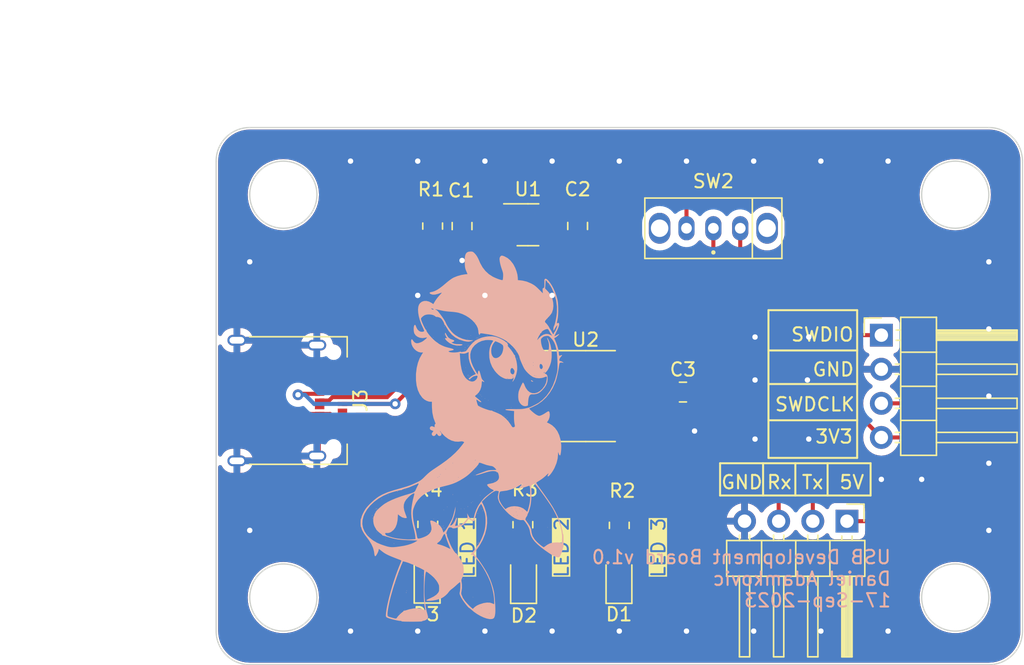
<source format=kicad_pcb>
(kicad_pcb (version 20221018) (generator pcbnew)
  (layers (0 "F.Cu" signal) (31 "B.Cu" signal) (34 "B.Paste" user) (35 "F.Paste" user) (36 "B.SilkS" user "B.Silkscreen") (37 "F.SilkS" user "F.Silkscreen") (38 "B.Mask" user) (39 "F.Mask" user) (44 "Edge.Cuts" user))
  (net 0 "")
  (net 1 "USB_SUPP_5V")
  (net 2 "GND")
  (net 3 "SYSTEM_3V3")
  (net 4 "Net-(D1-A)")
  (net 5 "Net-(D2-A)")
  (net 6 "Net-(D3-A)")
  (net 7 "UART_SUPP_5V")
  (net 8 "USART_Tx")
  (net 9 "USART_Rx")
  (net 11 "USB_COMM_D+")
  (net 12 "USB_COMM_D-")
  (net 16 "Net-(U1-EN)")
  (net 17 "Net-(U2-PA4)")
  (net 25 "SWDIO")
  (net 26 "SWDCLK")
  (net 27 "SYSTEM_5V")
  (net 28 "Net-(U2-PA1)")
  (net 29 "Net-(U2-PA0)")
  (footprint "Connector_USB:USB_C_Receptacle_Amphenol_12401610E4-2A" (layer "F.Cu") (at 131.88 90.33 -90)
    (fp_text reference "J3" (at 0 -6.36 -90) (layer "F.SilkS"))
    (fp_text value "USB_C_Receptacle_USB2.0")
    (pad "" np_thru_hole circle (at -3.6 -4.36 270) (size 0.65 0.65) (drill 0.65) (layers "*.Cu" "*.Mask"))
    (pad "" np_thru_hole oval (at 3.6 -4.36 270) (size 0.95 0.65) (drill oval 0.95 0.65) (layers "*.Cu" "*.Mask"))
    (pad "A1" smd rect (at -2.75 -5.02 270) (size 0.3 0.7) (layers "F.Cu" "F.Paste" "F.Mask") (net 2 "GND"))
    (pad "A2" smd rect (at -2.25 -5.02 270) (size 0.3 0.7) (layers "F.Cu" "F.Paste" "F.Mask"))
    (pad "A3" smd rect (at -1.75 -5.02 270) (size 0.3 0.7) (layers "F.Cu" "F.Paste" "F.Mask"))
    (pad "A4" smd rect (at -1.25 -5.02 270) (size 0.3 0.7) (layers "F.Cu" "F.Paste" "F.Mask") (net 1 "USB_SUPP_5V"))
    (pad "A5" smd rect (at -0.75 -5.02 270) (size 0.3 0.7) (layers "F.Cu" "F.Paste" "F.Mask"))
    (pad "A6" smd rect (at -0.25 -5.02 270) (size 0.3 0.7) (layers "F.Cu" "F.Paste" "F.Mask") (net 11 "USB_COMM_D+"))
    (pad "A7" smd rect (at 0.25 -5.02 270) (size 0.3 0.7) (layers "F.Cu" "F.Paste" "F.Mask") (net 12 "USB_COMM_D-"))
    (pad "A8" smd rect (at 0.75 -5.02 270) (size 0.3 0.7) (layers "F.Cu" "F.Paste" "F.Mask"))
    (pad "A9" smd rect (at 1.25 -5.02 270) (size 0.3 0.7) (layers "F.Cu" "F.Paste" "F.Mask") (net 1 "USB_SUPP_5V"))
    (pad "A10" smd rect (at 1.75 -5.02 270) (size 0.3 0.7) (layers "F.Cu" "F.Paste" "F.Mask"))
    (pad "A11" smd rect (at 2.25 -5.02 270) (size 0.3 0.7) (layers "F.Cu" "F.Paste" "F.Mask"))
    (pad "A12" smd rect (at 2.75 -5.02 270) (size 0.3 0.7) (layers "F.Cu" "F.Paste" "F.Mask") (net 2 "GND"))
    (pad "B1" smd rect (at 2.5 -3.32 270) (size 0.3 0.7) (layers "F.Cu" "F.Paste" "F.Mask") (net 2 "GND"))
    (pad "B2" smd rect (at 2 -3.32 270) (size 0.3 0.7) (layers "F.Cu" "F.Paste" "F.Mask"))
    (pad "B3" smd rect (at 1.5 -3.32 270) (size 0.3 0.7) (layers "F.Cu" "F.Paste" "F.Mask"))
    (pad "B4" smd rect (at 1 -3.32 270) (size 0.3 0.7) (layers "F.Cu" "F.Paste" "F.Mask") (net 1 "USB_SUPP_5V"))
    (pad "B5" smd rect (at 0.5 -3.32 270) (size 0.3 0.7) (layers "F.Cu" "F.Paste" "F.Mask"))
    (pad "B6" smd rect (at 0 -3.32 270) (size 0.3 0.7) (layers "F.Cu" "F.Paste" "F.Mask") (net 11 "USB_COMM_D+"))
    (pad "B7" smd rect (at -0.5 -3.32 270) (size 0.3 0.7) (layers "F.Cu" "F.Paste" "F.Mask") (net 12 "USB_COMM_D-"))
    (pad "B8" smd rect (at -1 -3.32 270) (size 0.3 0.7) (layers "F.Cu" "F.Paste" "F.Mask"))
    (pad "B9" smd rect (at -1.5 -3.32 270) (size 0.3 0.7) (layers "F.Cu" "F.Paste" "F.Mask") (net 1 "USB_SUPP_5V"))
    (pad "B10" smd rect (at -2 -3.32 270) (size 0.3 0.7) (layers "F.Cu" "F.Paste" "F.Mask"))
    (pad "B11" smd rect (at -2.5 -3.32 270) (size 0.3 0.7) (layers "F.Cu" "F.Paste" "F.Mask"))
    (pad "B12" smd rect (at -3 -3.32 270) (size 0.3 0.7) (layers "F.Cu" "F.Paste" "F.Mask") (net 2 "GND"))
    (pad "S1" thru_hole oval (at -4.49 2.84 270) (size 0.8 1.4) (drill oval 0.5 1.1) (layers "*.Cu" "*.Mask") (net 2 "GND"))
    (pad "S1" thru_hole oval (at -4.13 -3.11 270) (size 0.8 1.4) (drill oval 0.5 1.1) (layers "*.Cu" "*.Mask") (net 2 "GND"))
    (pad "S1" thru_hole oval (at 4.13 -3.11 270) (size 0.8 1.4) (drill oval 0.5 1.1) (layers "*.Cu" "*.Mask") (net 2 "GND"))
    (pad "S1" thru_hole oval (at 4.49 2.84 270) (size 0.8 1.4) (drill oval 0.5 1.1) (layers "*.Cu" "*.Mask") (net 2 "GND"))
  )
  (footprint "Package_SO:TSSOP-20_4.4x6.5mm_P0.65mm" (layer "F.Cu") (at 155 90)
    (fp_text reference "U2" (at 0 -4.2) (layer "F.SilkS"))
    (fp_text value "STM32F042F4Px")
    (pad "1" smd roundrect (at -2.8625 -2.925) (size 1.475 0.4) (layers "F.Cu" "F.Paste" "F.Mask"))
    (pad "2" smd roundrect (at -2.8625 -2.275) (size 1.475 0.4) (layers "F.Cu" "F.Paste" "F.Mask"))
    (pad "3" smd roundrect (at -2.8625 -1.625) (size 1.475 0.4) (layers "F.Cu" "F.Paste" "F.Mask"))
    (pad "4" smd roundrect (at -2.8625 -0.975) (size 1.475 0.4) (layers "F.Cu" "F.Paste" "F.Mask"))
    (pad "5" smd roundrect (at -2.8625 -0.325) (size 1.475 0.4) (layers "F.Cu" "F.Paste" "F.Mask") (net 3 "SYSTEM_3V3"))
    (pad "6" smd roundrect (at -2.8625 0.325) (size 1.475 0.4) (layers "F.Cu" "F.Paste" "F.Mask") (net 29 "Net-(U2-PA0)"))
    (pad "7" smd roundrect (at -2.8625 0.975) (size 1.475 0.4) (layers "F.Cu" "F.Paste" "F.Mask") (net 28 "Net-(U2-PA1)"))
    (pad "8" smd roundrect (at -2.8625 1.625) (size 1.475 0.4) (layers "F.Cu" "F.Paste" "F.Mask") (net 8 "USART_Tx"))
    (pad "9" smd roundrect (at -2.8625 2.275) (size 1.475 0.4) (layers "F.Cu" "F.Paste" "F.Mask") (net 9 "USART_Rx"))
    (pad "10" smd roundrect (at -2.8625 2.925) (size 1.475 0.4) (layers "F.Cu" "F.Paste" "F.Mask") (net 17 "Net-(U2-PA4)"))
    (pad "11" smd roundrect (at 2.8625 2.925) (size 1.475 0.4) (layers "F.Cu" "F.Paste" "F.Mask"))
    (pad "12" smd roundrect (at 2.8625 2.275) (size 1.475 0.4) (layers "F.Cu" "F.Paste" "F.Mask"))
    (pad "13" smd roundrect (at 2.8625 1.625) (size 1.475 0.4) (layers "F.Cu" "F.Paste" "F.Mask"))
    (pad "14" smd roundrect (at 2.8625 0.975) (size 1.475 0.4) (layers "F.Cu" "F.Paste" "F.Mask"))
    (pad "15" smd roundrect (at 2.8625 0.325) (size 1.475 0.4) (layers "F.Cu" "F.Paste" "F.Mask") (net 2 "GND"))
    (pad "16" smd roundrect (at 2.8625 -0.325) (size 1.475 0.4) (layers "F.Cu" "F.Paste" "F.Mask") (net 3 "SYSTEM_3V3"))
    (pad "17" smd roundrect (at 2.8625 -0.975) (size 1.475 0.4) (layers "F.Cu" "F.Paste" "F.Mask") (net 12 "USB_COMM_D-"))
    (pad "18" smd roundrect (at 2.8625 -1.625) (size 1.475 0.4) (layers "F.Cu" "F.Paste" "F.Mask") (net 11 "USB_COMM_D+"))
    (pad "19" smd roundrect (at 2.8625 -2.275) (size 1.475 0.4) (layers "F.Cu" "F.Paste" "F.Mask") (net 25 "SWDIO"))
    (pad "20" smd roundrect (at 2.8625 -2.925) (size 1.475 0.4) (layers "F.Cu" "F.Paste" "F.Mask") (net 26 "SWDCLK"))
  )
  (footprint "Connector_PinHeader_2.54mm:PinHeader_1x04_P2.54mm_Horizontal" (layer "F.Cu") (at 174.44 99.315 -90)
    (fp_text reference "J2" hide)
    (fp_text value "Conn_01x04_Pin")
    (pad "1" thru_hole rect (at 0 0 270) (size 1.7 1.7) (drill 1) (layers "*.Cu" "*.Mask") (net 7 "UART_SUPP_5V"))
    (pad "2" thru_hole oval (at 0 2.54 270) (size 1.7 1.7) (drill 1) (layers "*.Cu" "*.Mask") (net 8 "USART_Tx"))
    (pad "3" thru_hole oval (at 0 5.08 270) (size 1.7 1.7) (drill 1) (layers "*.Cu" "*.Mask") (net 9 "USART_Rx"))
    (pad "4" thru_hole oval (at 0 7.62 270) (size 1.7 1.7) (drill 1) (layers "*.Cu" "*.Mask") (net 2 "GND"))
  )
  (footprint "Resistor_SMD:R_0805_2012Metric_Pad1.20x1.40mm_HandSolder" (layer "F.Cu") (at 143.25 99.55 -90)
    (fp_text reference "R4" (at -2.575 -0.125 -180) (layer "F.SilkS"))
    (fp_text value "660R")
    (pad "1" smd roundrect (at -1 0 270) (size 1.2 1.4) (layers "F.Cu" "F.Paste" "F.Mask") (roundrect_rratio 0.2083333333) (net 29 "Net-(U2-PA0)"))
    (pad "2" smd roundrect (at 1 0 270) (size 1.2 1.4) (layers "F.Cu" "F.Paste" "F.Mask") (roundrect_rratio 0.2083333333) (net 6 "Net-(D3-A)"))
  )
  (footprint "LED_SMD:LED_0805_2012Metric_Pad1.15x1.40mm_HandSolder" (layer "F.Cu") (at 143.2 103.55 90)
    (fp_text reference "D3" (at -2.7 -0.05 180) (layer "F.SilkS"))
    (fp_text value "LED")
    (pad "1" smd roundrect (at -1.025 0 90) (size 1.15 1.4) (layers "F.Cu" "F.Paste" "F.Mask") (roundrect_rratio 0.2173913043) (net 2 "GND"))
    (pad "2" smd roundrect (at 1.025 0 90) (size 1.15 1.4) (layers "F.Cu" "F.Paste" "F.Mask") (roundrect_rratio 0.2173913043) (net 6 "Net-(D3-A)"))
  )
  (footprint "LED_SMD:LED_0805_2012Metric_Pad1.15x1.40mm_HandSolder" (layer "F.Cu") (at 157.475 103.575 90)
    (fp_text reference "D1" (at -2.675 0 180) (layer "F.SilkS"))
    (fp_text value "LED")
    (pad "1" smd roundrect (at -1.025 0 90) (size 1.15 1.4) (layers "F.Cu" "F.Paste" "F.Mask") (roundrect_rratio 0.2173913043) (net 2 "GND"))
    (pad "2" smd roundrect (at 1.025 0 90) (size 1.15 1.4) (layers "F.Cu" "F.Paste" "F.Mask") (roundrect_rratio 0.2173913043) (net 4 "Net-(D1-A)"))
  )
  (footprint "Capacitor_SMD:C_0805_2012Metric_Pad1.18x1.45mm_HandSolder" (layer "F.Cu") (at 154.4 77.33 -90)
    (fp_text reference "C2" (at -2.73 0 -180) (layer "F.SilkS"))
    (fp_text value "1u")
    (pad "1" smd roundrect (at -1.0375 0 270) (size 1.175 1.45) (layers "F.Cu" "F.Paste" "F.Mask") (roundrect_rratio 0.2127659574) (net 3 "SYSTEM_3V3"))
    (pad "2" smd roundrect (at 1.0375 0 270) (size 1.175 1.45) (layers "F.Cu" "F.Paste" "F.Mask") (roundrect_rratio 0.2127659574) (net 2 "GND"))
  )
  (footprint "Resistor_SMD:R_0805_2012Metric_Pad1.20x1.40mm_HandSolder" (layer "F.Cu") (at 150.325 99.575 -90)
    (fp_text reference "R3" (at -2.625 -0.15) (layer "F.SilkS"))
    (fp_text value "660R")
    (pad "1" smd roundrect (at -1 0 270) (size 1.2 1.4) (layers "F.Cu" "F.Paste" "F.Mask") (roundrect_rratio 0.2083333333) (net 28 "Net-(U2-PA1)"))
    (pad "2" smd roundrect (at 1 0 270) (size 1.2 1.4) (layers "F.Cu" "F.Paste" "F.Mask") (roundrect_rratio 0.2083333333) (net 5 "Net-(D2-A)"))
  )
  (footprint "Resistor_SMD:R_0805_2012Metric_Pad1.20x1.40mm_HandSolder" (layer "F.Cu") (at 143.61 77.3375 90)
    (fp_text reference "R1" (at 2.73 -0.13 180) (layer "F.SilkS"))
    (fp_text value "2k")
    (pad "1" smd roundrect (at -1 0 90) (size 1.2 1.4) (layers "F.Cu" "F.Paste" "F.Mask") (roundrect_rratio 0.2083333333) (net 16 "Net-(U1-EN)"))
    (pad "2" smd roundrect (at 1 0 90) (size 1.2 1.4) (layers "F.Cu" "F.Paste" "F.Mask") (roundrect_rratio 0.2083333333) (net 27 "SYSTEM_5V"))
  )
  (footprint "Capacitor_SMD:C_0805_2012Metric_Pad1.18x1.45mm_HandSolder" (layer "F.Cu") (at 162.2375 89.7)
    (fp_text reference "C3" (at 0 -1.68) (layer "F.SilkS"))
    (fp_text value "1u")
    (pad "1" smd roundrect (at -1.0375 0) (size 1.175 1.45) (layers "F.Cu" "F.Paste" "F.Mask") (roundrect_rratio 0.2127659574) (net 3 "SYSTEM_3V3"))
    (pad "2" smd roundrect (at 1.0375 0) (size 1.175 1.45) (layers "F.Cu" "F.Paste" "F.Mask") (roundrect_rratio 0.2127659574) (net 2 "GND"))
  )
  (footprint "User_Buttons:EG 1248" (layer "F.Cu") (at 164.5 77.5 180)
    (fp_text reference "SW2" (at 0 3.5) (layer "F.SilkS"))
    (fp_text value "EG 1248")
    (pad "" thru_hole oval (at -4 0 180) (size 1.6 2.3) (drill 1.3) (layers "*.Cu" "*.Mask"))
    (pad "" thru_hole oval (at 4 0 180) (size 1.6 2.3) (drill 1.3) (layers "*.Cu" "*.Mask"))
    (pad "1" thru_hole oval (at -2 0 180) (size 1.2 1.8) (drill 0.8) (layers "*.Cu" "*.Mask") (net 7 "UART_SUPP_5V"))
    (pad "2" thru_hole oval (at 0 0 180) (size 1.2 1.8) (drill 0.8) (layers "*.Cu" "*.Mask") (net 27 "SYSTEM_5V"))
    (pad "3" thru_hole oval (at 2 0 180) (size 1.2 1.8) (drill 0.8) (layers "*.Cu" "*.Mask") (net 1 "USB_SUPP_5V"))
  )
  (footprint "LED_SMD:LED_0805_2012Metric_Pad1.15x1.40mm_HandSolder" (layer "F.Cu") (at 150.375 103.575 90)
    (fp_text reference "D2" (at -2.775 0.025 180) (layer "F.SilkS"))
    (fp_text value "LED")
    (pad "1" smd roundrect (at -1.025 0 90) (size 1.15 1.4) (layers "F.Cu" "F.Paste" "F.Mask") (roundrect_rratio 0.2173913043) (net 2 "GND"))
    (pad "2" smd roundrect (at 1.025 0 90) (size 1.15 1.4) (layers "F.Cu" "F.Paste" "F.Mask") (roundrect_rratio 0.2173913043) (net 5 "Net-(D2-A)"))
  )
  (footprint "Resistor_SMD:R_0805_2012Metric_Pad1.20x1.40mm_HandSolder" (layer "F.Cu") (at 157.5 99.625 -90)
    (fp_text reference "R2" (at -2.575 -0.225 -180) (layer "F.SilkS"))
    (fp_text value "660R")
    (pad "1" smd roundrect (at -1 0 270) (size 1.2 1.4) (layers "F.Cu" "F.Paste" "F.Mask") (roundrect_rratio 0.2083333333) (net 17 "Net-(U2-PA4)"))
    (pad "2" smd roundrect (at 1 0 270) (size 1.2 1.4) (layers "F.Cu" "F.Paste" "F.Mask") (roundrect_rratio 0.2083333333) (net 4 "Net-(D1-A)"))
  )
  (footprint "Capacitor_SMD:C_0805_2012Metric_Pad1.18x1.45mm_HandSolder" (layer "F.Cu") (at 145.8 77.3375 -90)
    (fp_text reference "C1" (at -2.65 0.07 -180) (layer "F.SilkS"))
    (fp_text value "1u")
    (pad "1" smd roundrect (at -1.0375 0 270) (size 1.175 1.45) (layers "F.Cu" "F.Paste" "F.Mask") (roundrect_rratio 0.2127659574) (net 27 "SYSTEM_5V"))
    (pad "2" smd roundrect (at 1.0375 0 270) (size 1.175 1.45) (layers "F.Cu" "F.Paste" "F.Mask") (roundrect_rratio 0.2127659574) (net 2 "GND"))
  )
  (footprint "Package_TO_SOT_SMD:SOT-23-5" (layer "F.Cu") (at 150.7025 77.24)
    (fp_text reference "U1" (at 0 -2.64) (layer "F.SilkS"))
    (fp_text value "MIC5504-1.2YM5")
    (pad "1" smd roundrect (at -1.1375 -0.95) (size 1.325 0.6) (layers "F.Cu" "F.Paste" "F.Mask") (net 27 "SYSTEM_5V"))
    (pad "2" smd roundrect (at -1.1375 0) (size 1.325 0.6) (layers "F.Cu" "F.Paste" "F.Mask") (net 2 "GND"))
    (pad "3" smd roundrect (at -1.1375 0.95) (size 1.325 0.6) (layers "F.Cu" "F.Paste" "F.Mask") (net 16 "Net-(U1-EN)"))
    (pad "4" smd roundrect (at 1.1375 0.95) (size 1.325 0.6) (layers "F.Cu" "F.Paste" "F.Mask"))
    (pad "5" smd roundrect (at 1.1375 -0.95) (size 1.325 0.6) (layers "F.Cu" "F.Paste" "F.Mask") (net 3 "SYSTEM_3V3"))
  )
  (footprint "Connector_PinHeader_2.54mm:PinHeader_1x04_P2.54mm_Horizontal" (layer "F.Cu") (at 177 85.46)
    (fp_text reference "J1" hide)
    (fp_text value "Conn_01x04_Pin")
    (pad "1" thru_hole rect (at 0 0) (size 1.7 1.7) (drill 1) (layers "*.Cu" "*.Mask") (net 25 "SWDIO"))
    (pad "2" thru_hole oval (at 0 2.54) (size 1.7 1.7) (drill 1) (layers "*.Cu" "*.Mask") (net 2 "GND"))
    (pad "3" thru_hole oval (at 0 5.08) (size 1.7 1.7) (drill 1) (layers "*.Cu" "*.Mask") (net 26 "SWDCLK"))
    (pad "4" thru_hole oval (at 0 7.62) (size 1.7 1.7) (drill 1) (layers "*.Cu" "*.Mask") (net 3 "SYSTEM_3V3"))
  )
  (footprint "LOGO" (layer "B.Cu") (at 145.8 93 180)
    (fp_text reference "G***" (at 0 0) (layer "B.SilkS") (effects (font (size 1.5 1.5) (thickness 0.3)) (justify mirror)))
    (fp_text value "LOGO" hide)
  )
  (gr_line (start 173 95) (end 173 97.4) (stroke (width 0.15)) (layer "F.SilkS"))
  (gr_line (start 170.6 95) (end 170.6 97.4) (stroke (width 0.15)) (layer "F.SilkS"))
  (gr_line (start 176.2 97.4) (end 176.2 95) (stroke (width 0.15)) (layer "F.SilkS"))
  (gr_line (start 165 95) (end 165 97.4) (stroke (width 0.15)) (layer "F.SilkS"))
  (gr_line (start 175.2 91.8) (end 168.6 91.8) (stroke (width 0.15)) (layer "F.SilkS"))
  (gr_line (start 168.6 89.1) (end 175.2 89.1) (stroke (width 0.15)) (layer "F.SilkS"))
  (gr_line (start 165 97.4) (end 176.2 97.4) (stroke (width 0.15)) (layer "F.SilkS"))
  (gr_line (start 175.2 86.6) (end 168.6 86.6) (stroke (width 0.15)) (layer "F.SilkS"))
  (gr_line (start 168.6 94.6) (end 175.2 94.6) (stroke (width 0.15)) (layer "F.SilkS"))
  (gr_line (start 168.6 83.6) (end 168.6 94.6) (stroke (width 0.15)) (layer "F.SilkS"))
  (gr_line (start 168.2 95) (end 168.2 97.4) (stroke (width 0.15)) (layer "F.SilkS"))
  (gr_line (start 176.2 95) (end 165 95) (stroke (width 0.15)) (layer "F.SilkS"))
  (gr_line (start 175.2 94.6) (end 175.2 83.6) (stroke (width 0.15)) (layer "F.SilkS"))
  (gr_line (start 175.2 83.6) (end 168.6 83.6) (stroke (width 0.15)) (layer "F.SilkS"))
  (gr_line (start 187.5 72.5) (end 187.5 107.5) (stroke (width 0.1)) (layer "Edge.Cuts"))
  (gr_circle (center 132.5 105) (end 132.5 102.5) (stroke (width 0.1)) (fill none) (layer "Edge.Cuts"))
  (gr_arc (start 130 110) (mid 128.232233 109.267767) (end 127.5 107.5) (stroke (width 0.1)) (layer "Edge.Cuts"))
  (gr_line (start 130 70) (end 185 70) (stroke (width 0.1)) (layer "Edge.Cuts"))
  (gr_circle (center 182.5 75) (end 182.5 72.5) (stroke (width 0.1)) (fill none) (layer "Edge.Cuts"))
  (gr_arc (start 187.5 107.5) (mid 186.767767 109.267767) (end 185 110) (stroke (width 0.1)) (layer "Edge.Cuts"))
  (gr_line (start 185 110) (end 130 110) (stroke (width 0.1)) (layer "Edge.Cuts"))
  (gr_arc (start 127.5 72.5) (mid 128.232233 70.732233) (end 130 70) (stroke (width 0.1)) (layer "Edge.Cuts"))
  (gr_circle (center 132.5 75) (end 132.5 72.5) (stroke (width 0.1)) (fill none) (layer "Edge.Cuts"))
  (gr_arc (start 185 70) (mid 186.767767 70.732233) (end 187.5 72.5) (stroke (width 0.1)) (layer "Edge.Cuts"))
  (gr_circle (center 182.5 105) (end 182.5 102.5) (stroke (width 0.1)) (fill none) (layer "Edge.Cuts"))
  (gr_line (start 127.5 107.5) (end 127.5 72.5) (stroke (width 0.1)) (layer "Edge.Cuts"))
  (gr_text "USB Development Board v1.0\nDaniel Adamkovic\n17-Sep-2023" (at 177.8 105.8) (layer "B.SilkS") (effects (font (size 1 1)) (justify left bottom mirror)))
  (gr_text "LED 3" (at 161 103.6 90) (layer "F.SilkS" knockout) (effects (font (size 1 1)) (justify left bottom)))
  (gr_text "GND" (at 171.8 88.6) (layer "F.SilkS") (effects (font (size 1 1)) (justify left bottom)))
  (gr_text "GND" (at 165 97) (layer "F.SilkS") (effects (font (size 1 1)) (justify left bottom)))
  (gr_text "SWDCLK" (at 169 91.2) (layer "F.SilkS") (effects (font (size 1 1)) (justify left bottom)))
  (gr_text "3V3" (at 172 93.6) (layer "F.SilkS") (effects (font (size 1 1)) (justify left bottom)))
  (gr_text "LED 1" (at 146.8 103.6 90) (layer "F.SilkS" knockout) (effects (font (size 1 1)) (justify left bottom)))
  (gr_text "5V" (at 173.8 97) (layer "F.SilkS") (effects (font (size 1 1)) (justify left bottom)))
  (gr_text "LED 2" (at 153.8 103.6 90) (layer "F.SilkS" knockout) (effects (font (size 1 1)) (justify left bottom)))
  (gr_text "SWDIO" (at 170.2 86) (layer "F.SilkS") (effects (font (size 1 1)) (justify left bottom)))
  (gr_text "Rx" (at 168.4 97) (layer "F.SilkS") (effects (font (size 1 1)) (justify left bottom)))
  (gr_text "Tx" (at 171 97) (layer "F.SilkS") (effects (font (size 1 1)) (justify left bottom)))
  (segment (start 132.96 91.33) (end 135.2 91.33) (width 0.3) (layer "F.Cu") (net 1))
  (segment (start 132.86 88.83) (end 132.49 89.2) (width 0.3) (layer "F.Cu") (net 1))
  (segment (start 138.41 89.08) (end 136.9 89.08) (width 0.3) (layer "F.Cu") (net 1))
  (segment (start 162.5 77.5) (end 162.5 75.3) (width 0.3) (layer "F.Cu") (net 1))
  (segment (start 135.9 88.83) (end 135.2 88.83) (width 0.3) (layer "F.Cu") (net 1))
  (segment (start 162.5 75.3) (end 161 73.8) (width 0.3) (layer "F.Cu") (net 1))
  (segment (start 135.98 91.33) (end 135.2 91.33) (width 0.3) (layer "F.Cu") (net 1))
  (segment (start 161 73.8) (end 140.7 73.8) (width 0.3) (layer "F.Cu") (net 1))
  (segment (start 135.2 88.83) (end 132.86 88.83) (width 0.3) (layer "F.Cu") (net 1))
  (segment (start 136.23 91.58) (end 135.98 91.33) (width 0.3) (layer "F.Cu") (net 1))
  (segment (start 132.49 89.2) (end 132.49 90.86) (width 0.3) (layer "F.Cu") (net 1))
  (segment (start 136.9 89.08) (end 136.15 89.08) (width 0.3) (layer "F.Cu") (net 1))
  (segment (start 139 88.49) (end 138.41 89.08) (width 0.3) (layer "F.Cu") (net 1))
  (segment (start 139 75.5) (end 139 88.49) (width 0.3) (layer "F.Cu") (net 1))
  (segment (start 136.15 89.08) (end 135.9 88.83) (width 0.3) (layer "F.Cu") (net 1))
  (segment (start 136.9 91.58) (end 136.23 91.58) (width 0.3) (layer "F.Cu") (net 1))
  (segment (start 140.7 73.8) (end 139 75.5) (width 0.3) (layer "F.Cu") (net 1))
  (segment (start 132.49 90.86) (end 132.96 91.33) (width 0.3) (layer "F.Cu") (net 1))
  (segment (start 163.475 89.675) (end 163.6 89.8) (width 0.3) (layer "F.Cu") (net 2))
  (segment (start 163.1 92.6) (end 162.2 92.6) (width 0.3) (layer "F.Cu") (net 2))
  (segment (start 135.06 87.19) (end 135.06 86.27) (width 0.3) (layer "F.Cu") (net 2))
  (segment (start 135.14 94.31) (end 135.14 92.89) (width 0.3) (layer "F.Cu") (net 2))
  (segment (start 160.9 91.3) (end 160.25 91.3) (width 0.3) (layer "F.Cu") (net 2))
  (segment (start 136.2 93.08) (end 136.9 93.08) (width 0.2) (layer "F.Cu") (net 2))
  (segment (start 160.25 91.3) (end 159.275 90.325) (width 0.3) (layer "F.Cu") (net 2))
  (segment (start 135.95 92.83) (end 136.2 93.08) (width 0.2) (layer "F.Cu") (net 2))
  (segment (start 136.05 87.58) (end 135.8 87.33) (width 0.3) (layer "F.Cu") (net 2))
  (segment (start 135.2 92.83) (end 135.95 92.83) (width 0.2) (layer "F.Cu") (net 2))
  (segment (start 135.14 92.89) (end 135.2 92.83) (width 0.3) (layer "F.Cu") (net 2))
  (segment (start 159.275 90.325) (end 157.8625 90.325) (width 0.3) (layer "F.Cu") (net 2))
  (segment (start 135.8 87.33) (end 135.2 87.33) (width 0.3) (layer "F.Cu") (net 2))
  (segment (start 162.2 92.6) (end 160.9 91.3) (width 0.3) (layer "F.Cu") (net 2))
  (segment (start 134.99 94.46) (end 135.14 94.31) (width 0.3) (layer "F.Cu") (net 2))
  (segment (start 135.06 86.27) (end 134.99 86.2) (width 0.3) (layer "F.Cu") (net 2))
  (segment (start 135.2 87.33) (end 135.06 87.19) (width 0.3) (layer "F.Cu") (net 2))
  (segment (start 136.9 87.58) (end 136.05 87.58) (width 0.3) (layer "F.Cu") (net 2))
  (via (at 142.5 72.5) (size 0.8) (drill 0.4) (layers "F.Cu" "B.Cu") (net 2))
  (via (at 137.5 107.5) (size 0.8) (drill 0.4) (layers "F.Cu" "B.Cu") (net 2))
  (via (at 130 100) (size 0.8) (drill 0.4) (layers "F.Cu" "B.Cu") (net 2))
  (via (at 172.5 72.5) (size 0.8) (drill 0.4) (layers "F.Cu" "B.Cu") (net 2))
  (via (at 162.5 107.5) (size 0.8) (drill 0.4) (layers "F.Cu" "B.Cu") (net 2))
  (via (at 147.5 107.5) (size 0.8) (drill 0.4) (layers "F.Cu" "B.Cu") (net 2))
  (via (at 152.5 107.5) (size 0.8) (drill 0.4) (layers "F.Cu" "B.Cu") (net 2))
  (via (at 142.5 82.5) (size 0.8) (drill 0.4) (layers "F.Cu" "B.Cu") (net 2))
  (via (at 147.5 72.5) (size 0.8) (drill 0.4) (layers "F.Cu" "B.Cu") (net 2))
  (via (at 152.5 72.5) (size 0.8) (drill 0.4) (layers "F.Cu" "B.Cu") (net 2))
  (via (at 185 80) (size 0.8) (drill 0.4) (layers "F.Cu" "B.Cu") (net 2))
  (via (at 177.5 72.5) (size 0.8) (drill 0.4) (layers "F.Cu" "B.Cu") (net 2))
  (via (at 185 95) (size 0.8) (drill 0.4) (layers "F.Cu" "B.Cu") (net 2))
  (via (at 163.1 92.6) (size 0.8) (drill 0.4) (layers "F.Cu" "B.Cu") (net 2))
  (via (at 171.5 88.8) (size 0.8) (drill 0.4) (layers "F.Cu" "B.Cu") (net 2))
  (via (at 157.5 72.5) (size 0.8) (drill 0.4) (layers "F.Cu" "B.Cu") (net 2))
  (via (at 185 90) (size 0.8) (drill 0.4) (layers "F.Cu" "B.Cu") (net 2))
  (via (at 171.6 93.2) (size 0.8) (drill 0.4) (layers "F.Cu" "B.Cu") (net 2))
  (via (at 145.8 79.9) (size 0.8) (drill 0.4) (layers "F.Cu" "B.Cu") (net 2))
  (via (at 171.6 85.6) (size 0.8) (drill 0.4) (layers "F.Cu" "B.Cu") (net 2))
  (via (at 142.5 107.5) (size 0.8) (drill 0.4) (layers "F.Cu" "B.Cu") (net 2))
  (via (at 167.6 93.2) (size 0.8) (drill 0.4) (layers "F.Cu" "B.Cu") (net 2))
  (via (at 177 96.2) (size 0.8) (drill 0.4) (layers "F.Cu" "B.Cu") (net 2))
  (via (at 180 96.2) (size 0.8) (drill 0.4) (layers "F.Cu" "B.Cu") (net 2))
  (via (at 185 100) (size 0.8) (drill 0.4) (layers "F.Cu" "B.Cu") (net 2))
  (via (at 172.5 107.5) (size 0.8) (drill 0.4) (layers "F.Cu" "B.Cu") (net 2))
  (via (at 167.5 72.5) (size 0.8) (drill 0.4) (layers "F.Cu" "B.Cu") (net 2))
  (via (at 167.5 107.5) (size 0.8) (drill 0.4) (layers "F.Cu" "B.Cu") (net 2))
  (via (at 147.5 82.5) (size 0.8) (drill 0.4) (layers "F.Cu" "B.Cu") (net 2))
  (via (at 137.5 72.5) (size 0.8) (drill 0.4) (layers "F.Cu" "B.Cu") (net 2))
  (via (at 185 85) (size 0.8) (drill 0.4) (layers "F.Cu" "B.Cu") (net 2))
  (via (at 130 80) (size 0.8) (drill 0.4) (layers "F.Cu" "B.Cu") (net 2))
  (via (at 162.5 72.5) (size 0.8) (drill 0.4) (layers "F.Cu" "B.Cu") (net 2))
  (via (at 167.6 88.8) (size 0.8) (drill 0.4) (layers "F.Cu" "B.Cu") (net 2))
  (via (at 167.6 85.6) (size 0.8) (drill 0.4) (layers "F.Cu" "B.Cu") (net 2))
  (via (at 177.5 107.5) (size 0.8) (drill 0.4) (layers "F.Cu" "B.Cu") (net 2))
  (via (at 152.5 82.5) (size 0.8) (drill 0.4) (layers "F.Cu" "B.Cu") (net 2))
  (via (at 157.5 107.5) (size 0.8) (drill 0.4) (layers "F.Cu" "B.Cu") (net 2))
  (segment (start 154.4 76.2925) (end 154.5075 76.4) (width 0.3) (layer "F.Cu") (net 3))
  (segment (start 154.5075 76.4) (end 157.2 76.4) (width 0.3) (layer "F.Cu") (net 3))
  (segment (start 162 91.6) (end 161.2 90.8) (width 0.3) (layer "F.Cu") (net 3))
  (segment (start 157.2 76.4) (end 158 77.2) (width 0.3) (layer "F.Cu") (net 3))
  (segment (start 175.52 91.6) (end 162 91.6) (width 0.3) (layer "F.Cu") (net 3))
  (segment (start 179.4 82.6) (end 180.8 84) (width 0.3) (layer "F.Cu") (net 3))
  (segment (start 180.8 91.8) (end 179.52 93.08) (width 0.3) (layer "F.Cu") (net 3))
  (segment (start 158 77.2) (end 158 81.4) (width 0.3) (layer "F.Cu") (net 3))
  (segment (start 154.3975 76.29) (end 154.4 76.2925) (width 0.3) (layer "F.Cu") (net 3))
  (segment (start 157.8625 89.675) (end 161.175 89.675) (width 0.3) (layer "F.Cu") (net 3))
  (segment (start 161.175 89.675) (end 161.2 89.7) (width 0.3) (layer "F.Cu") (net 3))
  (segment (start 180.8 84) (end 180.8 91.8) (width 0.3) (layer "F.Cu") (net 3))
  (segment (start 179.52 93.08) (end 177 93.08) (width 0.3) (layer "F.Cu") (net 3))
  (segment (start 157.8625 89.675) (end 152.1375 89.675) (width 0.3) (layer "F.Cu") (net 3))
  (segment (start 161.2 90.8) (end 161.2 89.7) (width 0.3) (layer "F.Cu") (net 3))
  (segment (start 159.2 82.6) (end 179.4 82.6) (width 0.3) (layer "F.Cu") (net 3))
  (segment (start 151.84 76.29) (end 154.3975 76.29) (width 0.3) (layer "F.Cu") (net 3))
  (segment (start 177 93.08) (end 175.52 91.6) (width 0.3) (layer "F.Cu") (net 3))
  (segment (start 158 81.4) (end 159.2 82.6) (width 0.3) (layer "F.Cu") (net 3))
  (segment (start 157.5 102.525) (end 157.475 102.55) (width 0.3) (layer "F.Cu") (net 4))
  (segment (start 157.5 100.625) (end 157.5 102.525) (width 0.3) (layer "F.Cu") (net 4))
  (segment (start 150.325 100.575) (end 150.325 102.5) (width 0.3) (layer "F.Cu") (net 5))
  (segment (start 150.325 102.5) (end 150.375 102.55) (width 0.3) (layer "F.Cu") (net 5))
  (segment (start 143.25 100.55) (end 143.25 102.475) (width 0.3) (layer "F.Cu") (net 6))
  (segment (start 143.25 102.475) (end 143.2 102.525) (width 0.3) (layer "F.Cu") (net 6))
  (segment (start 179.785 99.315) (end 174.44 99.315) (width 0.3) (layer "F.Cu") (net 7))
  (segment (start 179.8 82) (end 181.6 83.8) (width 0.3) (layer "F.Cu") (net 7))
  (segment (start 167.4 82) (end 179.8 82) (width 0.3) (layer "F.Cu") (net 7))
  (segment (start 181.6 97.5) (end 179.785 99.315) (width 0.3) (layer "F.Cu") (net 7))
  (segment (start 166.5 77.5) (end 166.5 81.1) (width 0.3) (layer "F.Cu") (net 7))
  (segment (start 181.6 83.8) (end 181.6 97.5) (width 0.3) (layer "F.Cu") (net 7))
  (segment (start 166.5 81.1) (end 167.4 82) (width 0.3) (layer "F.Cu") (net 7))
  (segment (start 154.125 91.625) (end 157.1 94.6) (width 0.3) (layer "F.Cu") (net 8))
  (segment (start 157.1 94.6) (end 168.8 94.6) (width 0.3) (layer "F.Cu") (net 8))
  (segment (start 171.9 97.7) (end 171.9 99.315) (width 0.3) (layer "F.Cu") (net 8))
  (segment (start 168.8 94.6) (end 171.9 97.7) (width 0.3) (layer "F.Cu") (net 8))
  (segment (start 152.1375 91.625) (end 154.125 91.625) (width 0.3) (layer "F.Cu") (net 8))
  (segment (start 169.36 96.36) (end 169.36 99.315) (width 0.3) (layer "F.Cu") (net 9))
  (segment (start 168.2 95.2) (end 169.36 96.36) (width 0.3) (layer "F.Cu") (net 9))
  (segment (start 156.8 95.2) (end 168.2 95.2) (width 0.3) (layer "F.Cu") (net 9))
  (segment (start 152.1375 92.275) (end 153.875 92.275) (width 0.3) (layer "F.Cu") (net 9))
  (segment (start 153.875 92.275) (end 156.8 95.2) (width 0.3) (layer "F.Cu") (net 9))
  (segment (start 136.15 90.08) (end 135.9 90.33) (width 0.3) (layer "F.Cu") (net 11))
  (segment (start 140.22 90.08) (end 136.9 90.08) (width 0.3) (layer "F.Cu") (net 11))
  (segment (start 155.9 86.992894) (end 154.307106 85.4) (width 0.3) (layer "F.Cu") (net 11))
  (segment (start 156.275 88.375) (end 155.9 88) (width 0.3) (layer "F.Cu") (net 11))
  (segment (start 154.307106 85.4) (end 144.9 85.4) (width 0.3) (layer "F.Cu") (net 11))
  (segment (start 144.9 85.4) (end 140.22 90.08) (width 0.3) (layer "F.Cu") (net 11))
  (segment (start 136.9 90.08) (end 136.15 90.08) (width 0.3) (layer "F.Cu") (net 11))
  (segment (start 155.9 88) (end 155.9 86.992894) (width 0.3) (layer "F.Cu") (net 11))
  (segment (start 135.9 90.33) (end 135.2 90.33) (width 0.3) (layer "F.Cu") (net 11))
  (segment (start 157.8625 88.375) (end 156.275 88.375) (width 0.3) (layer "F.Cu") (net 11))
  (segment (start 133.59 89.9) (end 133.66 89.83) (width 0.3) (layer "F.Cu") (net 12))
  (segment (start 155.3 87.2) (end 155.3 88.3) (width 0.3) (layer "F.Cu") (net 12))
  (segment (start 140.82 90.58) (end 136.9 90.58) (width 0.3) (layer "F.Cu") (net 12))
  (segment (start 140.82 90.58) (end 145.4 86) (width 0.3) (layer "F.Cu") (net 12))
  (segment (start 154.1 86) (end 155.3 87.2) (width 0.3) (layer "F.Cu") (net 12))
  (segment (start 145.4 86) (end 154.1 86) (width 0.3) (layer "F.Cu") (net 12))
  (segment (start 133.66 89.83) (end 135.2 89.83) (width 0.3) (layer "F.Cu") (net 12))
  (segment (start 155.3 88.3) (end 156.025 89.025) (width 0.3) (layer "F.Cu") (net 12))
  (segment (start 156.025 89.025) (end 157.8625 89.025) (width 0.3) (layer "F.Cu") (net 12))
  (via (at 140.82 90.58) (size 0.8) (drill 0.4) (layers "F.Cu" "B.Cu") (net 12))
  (via (at 133.59 89.9) (size 0.8) (drill 0.4) (layers "F.Cu" "B.Cu") (net 12))
  (segment (start 134.81 90.58) (end 134.8 90.59) (width 0.3) (layer "B.Cu") (net 12))
  (segment (start 140.82 90.58) (end 134.81 90.58) (width 0.3) (layer "B.Cu") (net 12))
  (segment (start 134.8 90.59) (end 134.11 89.9) (width 0.3) (layer "B.Cu") (net 12))
  (segment (start 134.11 89.9) (end 133.59 89.9) (width 0.3) (layer "B.Cu") (net 12))
  (segment (start 144.2 81) (end 147.5 81) (width 0.3) (layer "F.Cu") (net 16))
  (segment (start 148.2 80.3) (end 148.2 78.5) (width 0.3) (layer "F.Cu") (net 16))
  (segment (start 143.61 78.3375) (end 143.61 80.41) (width 0.3) (layer "F.Cu") (net 16))
  (segment (start 147.5 81) (end 148.2 80.3) (width 0.3) (layer "F.Cu") (net 16))
  (segment (start 148.51 78.19) (end 149.565 78.19) (width 0.3) (layer "F.Cu") (net 16))
  (segment (start 148.2 78.5) (end 148.51 78.19) (width 0.3) (layer "F.Cu") (net 16))
  (segment (start 143.61 80.41) (end 144.2 81) (width 0.3) (layer "F.Cu") (net 16))
  (segment (start 152.1375 92.925) (end 153.625 92.925) (width 0.3) (layer "F.Cu") (net 17))
  (segment (start 157.5 96.8) (end 157.5 98.625) (width 0.3) (layer "F.Cu") (net 17))
  (segment (start 153.625 92.925) (end 157.5 96.8) (width 0.3) (layer "F.Cu") (net 17))
  (segment (start 175.26 85.46) (end 173.6 83.8) (width 0.3) (layer "F.Cu") (net 25))
  (segment (start 160.475 87.725) (end 157.8625 87.725) (width 0.3) (layer "F.Cu") (net 25))
  (segment (start 164.4 83.8) (end 160.475 87.725) (width 0.3) (layer "F.Cu") (net 25))
  (segment (start 173.6 83.8) (end 164.4 83.8) (width 0.3) (layer "F.Cu") (net 25))
  (segment (start 177 85.46) (end 175.26 85.46) (width 0.3) (layer "F.Cu") (net 25))
  (segment (start 179.246447 83.153553) (end 164.046447 83.153553) (width 0.3) (layer "F.Cu") (net 26))
  (segment (start 177 90.54) (end 178.66 90.54) (width 0.3) (layer "F.Cu") (net 26))
  (segment (start 160.125 87.075) (end 157.8625 87.075) (width 0.3) (layer "F.Cu") (net 26))
  (segment (start 164.046447 83.153553) (end 160.125 87.075) (width 0.3) (layer "F.Cu") (net 26))
  (segment (start 178.66 90.54) (end 180.2 89) (width 0.3) (layer "F.Cu") (net 26))
  (segment (start 180.2 89) (end 180.2 84.107106) (width 0.3) (layer "F.Cu") (net 26))
  (segment (start 180.2 84.107106) (end 179.246447 83.153553) (width 0.3) (layer "F.Cu") (net 26))
  (segment (start 145.8 76.3) (end 145.9 76.2) (width 0.3) (layer "F.Cu") (net 27))
  (segment (start 163.6 82) (end 164.5 81.1) (width 0.3) (layer "F.Cu") (net 27))
  (segment (start 158 74.6) (end 158.7 75.3) (width 0.3) (layer "F.Cu") (net 27))
  (segment (start 145.9 75) (end 146.3 74.6) (width 0.3) (layer "F.Cu") (net 27))
  (segment (start 146.3 74.6) (end 158 74.6) (width 0.3) (layer "F.Cu") (net 27))
  (segment (start 159.6 82) (end 163.6 82) (width 0.3) (layer "F.Cu") (net 27))
  (segment (start 149.5175 76.3375) (end 149.565 76.29) (width 0.3) (layer "F.Cu") (net 27))
  (segment (start 158.7 81.1) (end 159.6 82) (width 0.3) (layer "F.Cu") (net 27))
  (segment (start 158.7 75.3) (end 158.7 81.1) (width 0.3) (layer "F.Cu") (net 27))
  (segment (start 164.5 81.1) (end 164.5 77.5) (width 0.3) (layer "F.Cu") (net 27))
  (segment (start 145.9 76.2) (end 145.9 75) (width 0.3) (layer "F.Cu") (net 27))
  (segment (start 143.61 76.3375) (end 149.5175 76.3375) (width 0.3) (layer "F.Cu") (net 27))
  (segment (start 150.325 91.45) (end 150.8 90.975) (width 0.3) (layer "F.Cu") (net 28))
  (segment (start 150.8 90.975) (end 152.1375 90.975) (width 0.3) (layer "F.Cu") (net 28))
  (segment (start 150.325 98.575) (end 150.325 91.45) (width 0.3) (layer "F.Cu") (net 28))
  (segment (start 148.225 90.325) (end 152.1375 90.325) (width 0.3) (layer "F.Cu") (net 29))
  (segment (start 143.25 95.3) (end 148.225 90.325) (width 0.3) (layer "F.Cu") (net 29))
  (segment (start 143.25 98.55) (end 143.25 95.3) (width 0.3) (layer "F.Cu") (net 29))
  (zone (net 2) (net_name "GND") (layers "F&B.Cu") (name "stitch_zone_0") (connect_pads (clearance 0.5)) (min_thickness 0.3) (fill yes (thermal_gap 0.5) (thermal_bridge_width 0.5))
    (polygon (pts (xy 187.5 70) (xy 127.5 70) (xy 127.5 110) (xy 187.5 110)))
  )
)
</source>
